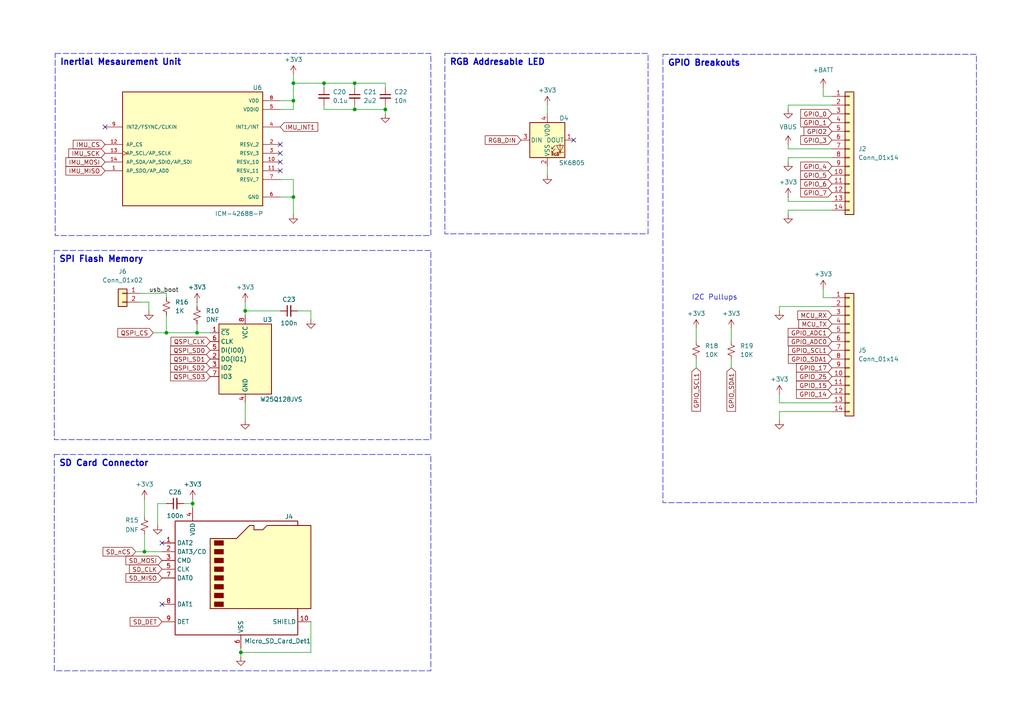
<source format=kicad_sch>
(kicad_sch (version 20231120) (generator "eeschema") (generator_version "8.0")
  (paper "A4")
  (title_block (title "RP2040 Motion Logger") (date "2024-10-09") (rev "1") (company "Rishikesh ") (comment 1 "github.com/rishikesh2715/RP2040_Motion_Logger"))
  (lib_symbols
    (symbol "Connector:Micro_SD_Card_Det1"
      (property "Reference" "J4" (at 0.635 21.59 0))
      (property "Value" "Micro_SD_Card_Det1" (at 0.635 19.05 0))
      (symbol "Micro_SD_Card_Det1_0_1"
        (rectangle (start -7.62 -6.985) (end -5.08 -8.255) (stroke (width 0.254)) (fill (type outline)))
        (rectangle (start -7.62 -4.445) (end -5.08 -5.715) (stroke (width 0.254)) (fill (type outline)))
        (rectangle (start -7.62 -1.905) (end -5.08 -3.175) (stroke (width 0.254)) (fill (type outline)))
        (rectangle (start -7.62 0.635) (end -5.08 -0.635) (stroke (width 0.254)) (fill (type outline)))
        (rectangle (start -7.62 3.175) (end -5.08 1.905) (stroke (width 0.254)) (fill (type outline)))
        (rectangle (start -7.62 5.715) (end -5.08 4.445) (stroke (width 0.254)) (fill (type outline)))
        (rectangle (start -7.62 8.255) (end -5.08 6.985) (stroke (width 0.254)) (fill (type outline)))
        (rectangle (start -7.62 10.795) (end -5.08 9.525) (stroke (width 0.254)) (fill (type outline)))
        (polyline (pts (xy 16.51 15.24) (xy 16.51 16.51) (xy -19.05 16.51) (xy -19.05 -16.51) (xy 16.51 -16.51) (xy 16.51 -8.89)) (stroke (width 0.254)))
        (polyline (pts (xy -8.89 -8.89) (xy -8.89 11.43) (xy -1.27 11.43) (xy 2.54 15.24) (xy 3.81 15.24) (xy 3.81 13.97) (xy 6.35 13.97) (xy 7.62 15.24) (xy 20.32 15.24) (xy 20.32 -8.89) (xy -8.89 -8.89)) (stroke (width 0.254)) (fill (type background)))
      )
      (symbol "Micro_SD_Card_Det1_1_1"
        (pin bidirectional line (at -22.86 10.16 0) (length 3.81) (name "DAT2") (number "1"))
        (pin passive line (at 20.32 -12.7 180) (length 3.81) (name "SHIELD") (number "10"))
        (pin bidirectional line (at -22.86 7.62 0) (length 3.81) (name "DAT3/CD") (number "2"))
        (pin input line (at -22.86 5.08 0) (length 3.81) (name "CMD") (number "3"))
        (pin power_in line (at -13.97 20.32 270) (length 3.81) (name "VDD") (number "4"))
        (pin input line (at -22.86 2.54 0) (length 3.81) (name "CLK") (number "5"))
        (pin power_in line (at 0 -20.32 90) (length 3.81) (name "VSS") (number "6"))
        (pin bidirectional line (at -22.86 0 0) (length 3.81) (name "DAT0") (number "7"))
        (pin bidirectional line (at -22.86 -7.62 0) (length 3.81) (name "DAT1") (number "8"))
        (pin passive line (at -22.86 -12.7 0) (length 3.81) (name "DET") (number "9"))
      )
    )
    (symbol "Connector_Generic:Conn_01x02" (pin_names (offset 1.016) hide)
      (property "Reference" "J" (at 0 2.54 0))
      (property "Value" "Conn_01x02" (at 0 -5.08 0))
      (symbol "Conn_01x02_1_1"
        (rectangle (start -1.27 -2.413) (end 0 -2.667) (stroke (width 0.1524)))
        (rectangle (start -1.27 0.127) (end 0 -0.127) (stroke (width 0.1524)))
        (rectangle (start -1.27 1.27) (end 1.27 -3.81) (stroke (width 0.254)) (fill (type background)))
        (pin passive line (at -5.08 0 0) (length 3.81) (name "Pin_1") (number "1"))
        (pin passive line (at -5.08 -2.54 0) (length 3.81) (name "Pin_2") (number "2"))
      )
    )
    (symbol "Connector_Generic:Conn_01x14" (pin_names (offset 1.016) hide)
      (property "Reference" "J" (at 0 17.78 0))
      (property "Value" "Conn_01x14" (at 0 -20.32 0))
      (symbol "Conn_01x14_1_1"
        (rectangle (start -1.27 -17.653) (end 0 -17.907) (stroke (width 0.1524)))
        (rectangle (start -1.27 -15.113) (end 0 -15.367) (stroke (width 0.1524)))
        (rectangle (start -1.27 -12.573) (end 0 -12.827) (stroke (width 0.1524)))
        (rectangle (start -1.27 -10.033) (end 0 -10.287) (stroke (width 0.1524)))
        (rectangle (start -1.27 -7.493) (end 0 -7.747) (stroke (width 0.1524)))
        (rectangle (start -1.27 -4.953) (end 0 -5.207) (stroke (width 0.1524)))
        (rectangle (start -1.27 -2.413) (end 0 -2.667) (stroke (width 0.1524)))
        (rectangle (start -1.27 0.127) (end 0 -0.127) (stroke (width 0.1524)))
        (rectangle (start -1.27 2.667) (end 0 2.413) (stroke (width 0.1524)))
        (rectangle (start -1.27 5.207) (end 0 4.953) (stroke (width 0.1524)))
        (rectangle (start -1.27 7.747) (end 0 7.493) (stroke (width 0.1524)))
        (rectangle (start -1.27 10.287) (end 0 10.033) (stroke (width 0.1524)))
        (rectangle (start -1.27 12.827) (end 0 12.573) (stroke (width 0.1524)))
        (rectangle (start -1.27 15.367) (end 0 15.113) (stroke (width 0.1524)))
        (rectangle (start -1.27 16.51) (end 1.27 -19.05) (stroke (width 0.254)) (fill (type background)))
        (pin passive line (at -5.08 15.24 0) (length 3.81) (name "Pin_1") (number "1"))
        (pin passive line (at -5.08 -7.62 0) (length 3.81) (name "Pin_10") (number "10"))
        (pin passive line (at -5.08 -10.16 0) (length 3.81) (name "Pin_11") (number "11"))
        (pin passive line (at -5.08 -12.7 0) (length 3.81) (name "Pin_12") (number "12"))
        (pin passive line (at -5.08 -15.24 0) (length 3.81) (name "Pin_13") (number "13"))
        (pin passive line (at -5.08 -17.78 0) (length 3.81) (name "Pin_14") (number "14"))
        (pin passive line (at -5.08 12.7 0) (length 3.81) (name "Pin_2") (number "2"))
        (pin passive line (at -5.08 10.16 0) (length 3.81) (name "Pin_3") (number "3"))
        (pin passive line (at -5.08 7.62 0) (length 3.81) (name "Pin_4") (number "4"))
        (pin passive line (at -5.08 5.08 0) (length 3.81) (name "Pin_5") (number "5"))
        (pin passive line (at -5.08 2.54 0) (length 3.81) (name "Pin_6") (number "6"))
        (pin passive line (at -5.08 0 0) (length 3.81) (name "Pin_7") (number "7"))
        (pin passive line (at -5.08 -2.54 0) (length 3.81) (name "Pin_8") (number "8"))
        (pin passive line (at -5.08 -5.08 0) (length 3.81) (name "Pin_9") (number "9"))
      )
    )
    (symbol "Device:C_Small" (pin_numbers hide) (pin_names (offset 0.254) hide)
      (property "Reference" "C" (at 0.254 1.778 0))
      (property "Value" "C_Small" (at 0.254 -2.032 0))
      (symbol "C_Small_0_1"
        (polyline (pts (xy -1.524 -0.508) (xy 1.524 -0.508)) (stroke (width 0.3302)))
        (polyline (pts (xy -1.524 0.508) (xy 1.524 0.508)) (stroke (width 0.3048)))
      )
      (symbol "C_Small_1_1"
        (pin passive line (at 0 2.54 270) (length 2.032) (name "~") (number "1"))
        (pin passive line (at 0 -2.54 90) (length 2.032) (name "~") (number "2"))
      )
    )
    (symbol "Device:R_Small_US" (pin_numbers hide) (pin_names (offset 0.254) hide)
      (property "Reference" "R" (at 0.762 0.508 0))
      (property "Value" "R_Small_US" (at 0.762 -1.016 0))
      (symbol "R_Small_US_1_1"
        (polyline (pts (xy 0 0) (xy 1.016 -0.381) (xy 0 -0.762) (xy -1.016 -1.143) (xy 0 -1.524)))
        (polyline (pts (xy 0 1.524) (xy 1.016 1.143) (xy 0 0.762) (xy -1.016 0.381) (xy 0 0)))
        (pin passive line (at 0 2.54 270) (length 1.016) (name "~") (number "1"))
        (pin passive line (at 0 -2.54 90) (length 1.016) (name "~") (number "2"))
      )
    )
    (symbol "ICM-42688-P:ICM-42688-P" (pin_names (offset 1.016))
      (property "Reference" "U" (at -20.32 16.002 0))
      (property "Value" "ICM-42688-P" (at -20.32 -20.32 0))
      (symbol "ICM-42688-P_0_0"
        (rectangle (start -20.32 -17.78) (end 20.32 15.24) (stroke (width 0.254)) (fill (type background)))
        (pin bidirectional line (at -25.4 -7.62 0) (length 5.08) (name "AP_SDO/AP_AD0") (number "1"))
        (pin passive line (at 25.4 -5.08 180) (length 5.08) (name "RESV_10") (number "10"))
        (pin passive line (at 25.4 -7.62 180) (length 5.08) (name "RESV_11") (number "11"))
        (pin input line (at -25.4 0 0) (length 5.08) (name "AP_CS") (number "12"))
        (pin input clock (at -25.4 -2.54 0) (length 5.08) (name "AP_SCL/AP_SCLK") (number "13"))
        (pin bidirectional line (at -25.4 -5.08 0) (length 5.08) (name "AP_SDA/AP_SDIO/AP_SDI") (number "14"))
        (pin passive line (at 25.4 0 180) (length 5.08) (name "RESV_2") (number "2"))
        (pin passive line (at 25.4 -2.54 180) (length 5.08) (name "RESV_3") (number "3"))
        (pin output line (at 25.4 5.08 180) (length 5.08) (name "INT1/INT") (number "4"))
        (pin power_in line (at 25.4 10.16 180) (length 5.08) (name "VDDIO") (number "5"))
        (pin power_in line (at 25.4 -15.24 180) (length 5.08) (name "GND") (number "6"))
        (pin passive line (at 25.4 -10.16 180) (length 5.08) (name "RESV_7") (number "7"))
        (pin power_in line (at 25.4 12.7 180) (length 5.08) (name "VDD") (number "8"))
        (pin bidirectional line (at -25.4 5.08 0) (length 5.08) (name "INT2/FSYNC/CLKIN") (number "9"))
      )
    )
    (symbol "LED:SK6805" (pin_names (offset 0.254))
      (property "Reference" "D" (at 5.08 5.715 0))
      (property "Value" "SK6805" (at 1.27 -5.715 0))
      (symbol "SK6805_0_0"
        (text "RGB" (at 2.286 -4.191 0) (effects (font (size 0.762 0.762))))
      )
      (symbol "SK6805_0_1"
        (polyline (pts (xy 1.27 -3.556) (xy 1.778 -3.556)))
        (polyline (pts (xy 1.27 -2.54) (xy 1.778 -2.54)))
        (polyline (pts (xy 4.699 -3.556) (xy 2.667 -3.556)))
        (polyline (pts (xy 2.286 -2.54) (xy 1.27 -3.556) (xy 1.27 -3.048)))
        (polyline (pts (xy 2.286 -1.524) (xy 1.27 -2.54) (xy 1.27 -2.032)))
        (polyline (pts (xy 3.683 -1.016) (xy 3.683 -3.556) (xy 3.683 -4.064)))
        (polyline (pts (xy 4.699 -1.524) (xy 2.667 -1.524) (xy 3.683 -3.556) (xy 4.699 -1.524)))
        (rectangle (start 5.08 5.08) (end -5.08 -5.08) (stroke (width 0.254)) (fill (type background)))
      )
      (symbol "SK6805_1_1"
        (pin output line (at 7.62 0 180) (length 2.54) (name "DOUT") (number "1"))
        (pin power_in line (at 0 -7.62 90) (length 2.54) (name "VSS") (number "2"))
        (pin input line (at -7.62 0 0) (length 2.54) (name "DIN") (number "3"))
        (pin power_in line (at 0 7.62 270) (length 2.54) (name "VDD") (number "4"))
      )
    )
    (symbol "Memory_Flash:W25Q128JVS"
      (property "Reference" "U" (at -8.89 8.89 0))
      (property "Value" "W25Q128JVS" (at 7.62 8.89 0))
      (symbol "W25Q128JVS_0_1"
        (rectangle (start -7.62 10.16) (end 7.62 -10.16) (stroke (width 0.254)) (fill (type background)))
      )
      (symbol "W25Q128JVS_1_1"
        (pin input line (at -10.16 7.62 0) (length 2.54) (name "~{CS}") (number "1"))
        (pin bidirectional line (at -10.16 0 0) (length 2.54) (name "DO(IO1)") (number "2"))
        (pin bidirectional line (at -10.16 -2.54 0) (length 2.54) (name "IO2") (number "3"))
        (pin power_in line (at 0 -12.7 90) (length 2.54) (name "GND") (number "4"))
        (pin bidirectional line (at -10.16 2.54 0) (length 2.54) (name "DI(IO0)") (number "5"))
        (pin input line (at -10.16 5.08 0) (length 2.54) (name "CLK") (number "6"))
        (pin bidirectional line (at -10.16 -5.08 0) (length 2.54) (name "IO3") (number "7"))
        (pin power_in line (at 0 12.7 270) (length 2.54) (name "VCC") (number "8"))
      )
    )
    (symbol "power:+3V3" (power) (pin_numbers hide) (pin_names (offset 0) hide)
      (property "Value" "+3V3" (at 0 3.556 0))
      (symbol "+3V3_0_1"
        (polyline (pts (xy -0.762 1.27) (xy 0 2.54)))
        (polyline (pts (xy 0 0) (xy 0 2.54)))
        (polyline (pts (xy 0 2.54) (xy 0.762 1.27)))
      )
      (symbol "+3V3_1_1"
        (pin power_in line (at 0 0 90) (length 0) (name "~") (number "1"))
      )
    )
    (symbol "power:+BATT" (power) (pin_numbers hide) (pin_names (offset 0) hide)
      (property "Value" "+BATT" (at 0 3.556 0))
      (symbol "+BATT_0_1"
        (polyline (pts (xy -0.762 1.27) (xy 0 2.54)))
        (polyline (pts (xy 0 0) (xy 0 2.54)))
        (polyline (pts (xy 0 2.54) (xy 0.762 1.27)))
      )
      (symbol "+BATT_1_1"
        (pin power_in line (at 0 0 90) (length 0) (name "~") (number "1"))
      )
    )
    (symbol "power:GND" (power) (pin_numbers hide) (pin_names (offset 0) hide)
      (property "Value" "GND" (at 0 -3.81 0))
      (symbol "GND_0_1"
        (polyline (pts (xy 0 0) (xy 0 -1.27) (xy 1.27 -1.27) (xy 0 -2.54) (xy -1.27 -1.27) (xy 0 -1.27)))
      )
      (symbol "GND_1_1"
        (pin power_in line (at 0 0 270) (length 0) (name "~") (number "1"))
      )
    )
    (symbol "power:VBUS" (power) (pin_numbers hide) (pin_names (offset 0) hide)
      (property "Value" "VBUS" (at 0 3.556 0))
      (symbol "VBUS_0_1"
        (polyline (pts (xy -0.762 1.27) (xy 0 2.54)))
        (polyline (pts (xy 0 0) (xy 0 2.54)))
        (polyline (pts (xy 0 2.54) (xy 0.762 1.27)))
      )
      (symbol "VBUS_1_1"
        (pin power_in line (at 0 0 90) (length 0) (name "~") (number "1"))
      )
    )
  )
  (junction (at 71.12 90.17))
  (junction (at 102.87 31.75))
  (junction (at 85.09 29.21))
  (junction (at 57.15 96.52))
  (junction (at 85.09 57.15))
  (junction (at 55.88 146.05))
  (junction (at 111.76 31.75))
  (junction (at 102.87 24.13))
  (junction (at 41.91 160.02))
  (junction (at 93.98 24.13))
  (junction (at 48.26 96.52))
  (junction (at 85.09 24.13))
  (junction (at 69.85 189.23))
  (no_connect (at 81.28 46.99))
  (no_connect (at 81.28 41.91))
  (no_connect (at 81.28 44.45))
  (no_connect (at 30.48 36.83))
  (no_connect (at 46.99 175.26))
  (no_connect (at 46.99 157.48))
  (no_connect (at 81.28 49.53))
  (no_connect (at 166.37 40.64))
  (wire (pts (xy 241.3 30.48) (xy 228.6 30.48)))
  (wire (pts (xy 111.76 31.75) (xy 111.76 30.48)))
  (wire (pts (xy 71.12 87.63) (xy 71.12 90.17)))
  (wire (pts (xy 111.76 25.4) (xy 111.76 24.13)))
  (wire (pts (xy 226.06 119.38) (xy 226.06 121.92)))
  (wire (pts (xy 158.75 48.26) (xy 158.75 50.8)))
  (wire (pts (xy 241.3 58.42) (xy 228.6 58.42)))
  (wire (pts (xy 102.87 24.13) (xy 93.98 24.13)))
  (wire (pts (xy 39.37 160.02) (xy 41.91 160.02)))
  (wire (pts (xy 93.98 31.75) (xy 102.87 31.75)))
  (wire (pts (xy 85.09 31.75) (xy 85.09 29.21)))
  (wire (pts (xy 111.76 24.13) (xy 102.87 24.13)))
  (wire (pts (xy 48.26 85.09) (xy 40.64 85.09)))
  (wire (pts (xy 53.34 146.05) (xy 55.88 146.05)))
  (wire (pts (xy 85.09 29.21) (xy 85.09 24.13)))
  (wire (pts (xy 81.28 31.75) (xy 85.09 31.75)))
  (wire (pts (xy 241.3 60.96) (xy 228.6 60.96)))
  (wire (pts (xy 111.76 31.75) (xy 111.76 33.02)))
  (wire (pts (xy 90.17 180.34) (xy 90.17 189.23)))
  (wire (pts (xy 228.6 58.42) (xy 228.6 57.15)))
  (wire (pts (xy 201.93 95.25) (xy 201.93 99.06)))
  (wire (pts (xy 158.75 30.48) (xy 158.75 33.02)))
  (wire (pts (xy 201.93 104.14) (xy 201.93 106.68)))
  (wire (pts (xy 44.45 96.52) (xy 48.26 96.52)))
  (wire (pts (xy 212.09 104.14) (xy 212.09 106.68)))
  (wire (pts (xy 69.85 187.96) (xy 69.85 189.23)))
  (wire (pts (xy 228.6 45.72) (xy 241.3 45.72)))
  (wire (pts (xy 241.3 119.38) (xy 226.06 119.38)))
  (wire (pts (xy 45.72 146.05) (xy 45.72 152.4)))
  (wire (pts (xy 226.06 88.9) (xy 241.3 88.9)))
  (wire (pts (xy 93.98 30.48) (xy 93.98 31.75)))
  (wire (pts (xy 48.26 86.36) (xy 48.26 85.09)))
  (wire (pts (xy 93.98 24.13) (xy 85.09 24.13)))
  (wire (pts (xy 102.87 31.75) (xy 111.76 31.75)))
  (wire (pts (xy 81.28 57.15) (xy 85.09 57.15)))
  (wire (pts (xy 48.26 96.52) (xy 57.15 96.52)))
  (wire (pts (xy 86.36 90.17) (xy 90.17 90.17)))
  (wire (pts (xy 212.09 95.25) (xy 212.09 99.06)))
  (wire (pts (xy 241.3 27.94) (xy 238.76 27.94)))
  (wire (pts (xy 102.87 24.13) (xy 102.87 25.4)))
  (wire (pts (xy 57.15 87.63) (xy 57.15 88.9)))
  (wire (pts (xy 81.28 52.07) (xy 85.09 52.07)))
  (wire (pts (xy 41.91 144.78) (xy 41.91 149.86)))
  (wire (pts (xy 81.28 29.21) (xy 85.09 29.21)))
  (wire (pts (xy 238.76 86.36) (xy 241.3 86.36)))
  (wire (pts (xy 228.6 60.96) (xy 228.6 62.23)))
  (wire (pts (xy 71.12 116.84) (xy 71.12 121.92)))
  (wire (pts (xy 71.12 90.17) (xy 71.12 91.44)))
  (wire (pts (xy 238.76 27.94) (xy 238.76 25.4)))
  (wire (pts (xy 228.6 46.99) (xy 228.6 45.72)))
  (wire (pts (xy 85.09 57.15) (xy 85.09 62.23)))
  (wire (pts (xy 102.87 30.48) (xy 102.87 31.75)))
  (wire (pts (xy 226.06 116.84) (xy 241.3 116.84)))
  (wire (pts (xy 43.18 87.63) (xy 43.18 90.17)))
  (wire (pts (xy 226.06 90.17) (xy 226.06 88.9)))
  (wire (pts (xy 40.64 87.63) (xy 43.18 87.63)))
  (wire (pts (xy 93.98 24.13) (xy 93.98 25.4)))
  (wire (pts (xy 57.15 93.98) (xy 57.15 96.52)))
  (wire (pts (xy 41.91 160.02) (xy 46.99 160.02)))
  (wire (pts (xy 226.06 114.3) (xy 226.06 116.84)))
  (wire (pts (xy 228.6 30.48) (xy 228.6 31.75)))
  (wire (pts (xy 228.6 41.91) (xy 228.6 43.18)))
  (wire (pts (xy 228.6 43.18) (xy 241.3 43.18)))
  (wire (pts (xy 55.88 144.78) (xy 55.88 146.05)))
  (wire (pts (xy 69.85 189.23) (xy 69.85 190.5)))
  (wire (pts (xy 85.09 52.07) (xy 85.09 57.15)))
  (wire (pts (xy 71.12 90.17) (xy 81.28 90.17)))
  (wire (pts (xy 41.91 154.94) (xy 41.91 160.02)))
  (wire (pts (xy 85.09 21.59) (xy 85.09 24.13)))
  (wire (pts (xy 48.26 91.44) (xy 48.26 96.52)))
  (wire (pts (xy 90.17 90.17) (xy 90.17 92.71)))
  (wire (pts (xy 90.17 189.23) (xy 69.85 189.23)))
  (wire (pts (xy 57.15 96.52) (xy 60.96 96.52)))
  (wire (pts (xy 55.88 146.05) (xy 55.88 147.32)))
  (wire (pts (xy 238.76 83.82) (xy 238.76 86.36)))
  (wire (pts (xy 45.72 146.05) (xy 48.26 146.05)))
  (text_box "SPI Flash Memory" (at 15.748 72.644 0) (size 109.22 54.864) (stroke (width 0) (type dash)) (effects (font (size 1.778 1.778) (thickness 0.3556) (bold yes)) (justify left top)))
  (text_box "RGB Addresable LED" (at 129.032 15.494 0) (size 58.928 52.324) (stroke (width 0) (type dash)) (effects (font (size 1.778 1.778) (thickness 0.3556) (bold yes)) (justify left top)))
  (text_box "SD Card Connector" (at 15.748 131.826 0) (size 109.22 62.738) (stroke (width 0) (type dash)) (effects (font (size 1.778 1.778) (thickness 0.3556) (bold yes)) (justify left top)))
  (text_box "GPIO Breakouts" (at 192.278 15.748 0) (size 90.932 130.048) (stroke (width 0) (type dash)) (effects (font (size 1.778 1.778) (thickness 0.3556) (bold yes)) (justify left top)))
  (text_box "Inertial Mesaurement Unit" (at 16.002 15.494 0) (size 108.966 52.832) (stroke (width 0) (type dash)) (effects (font (size 1.778 1.778) (thickness 0.3556) (bold yes)) (justify left top)))
  (text "I2C Pullups" (at 207.264 86.36 0) (effects (font (size 1.5 1.5))))
  (label "usb_boot" (at 43.18 85.09 0))
  (global_label "GPIO_14" (shape input) (at 241.3 114.3 180) (property "Intersheetrefs" "${INTERSHEET_REFS}" (effects (hide yes))))
  (global_label "GPIO2" (shape input) (at 241.3 38.1 180) (property "Intersheetrefs" "${INTERSHEET_REFS}" (effects (hide yes))))
  (global_label "GPIO_0" (shape input) (at 241.3 33.02 180) (property "Intersheetrefs" "${INTERSHEET_REFS}" (effects (hide yes))))
  (global_label "QSPI_SD1" (shape input) (at 60.96 104.14 180) (property "Intersheetrefs" "${INTERSHEET_REFS}" (effects (hide yes))))
  (global_label "GPIO_15" (shape input) (at 241.3 111.76 180) (property "Intersheetrefs" "${INTERSHEET_REFS}" (effects (hide yes))))
  (global_label "GPIO_ADC0" (shape input) (at 241.3 99.06 180) (property "Intersheetrefs" "${INTERSHEET_REFS}" (effects (hide yes))))
  (global_label "GPIO_1" (shape input) (at 241.3 35.56 180) (property "Intersheetrefs" "${INTERSHEET_REFS}" (effects (hide yes))))
  (global_label "IMU_MOSI" (shape input) (at 30.48 46.99 180) (property "Intersheetrefs" "${INTERSHEET_REFS}" (effects (hide yes))))
  (global_label "GPIO_3" (shape input) (at 241.3 40.64 180) (property "Intersheetrefs" "${INTERSHEET_REFS}" (effects (hide yes))))
  (global_label "SD_CLK" (shape input) (at 46.99 165.1 180) (property "Intersheetrefs" "${INTERSHEET_REFS}" (effects (hide yes))))
  (global_label "GPIO_SCL1" (shape input) (at 241.3 101.6 180) (property "Intersheetrefs" "${INTERSHEET_REFS}" (effects (hide yes))))
  (global_label "GPIO_25" (shape input) (at 241.3 109.22 180) (property "Intersheetrefs" "${INTERSHEET_REFS}" (effects (hide yes))))
  (global_label "MCU_RX" (shape input) (at 241.3 91.44 180) (property "Intersheetrefs" "${INTERSHEET_REFS}" (effects (hide yes))))
  (global_label "GPIO_5" (shape input) (at 241.3 50.8 180) (property "Intersheetrefs" "${INTERSHEET_REFS}" (effects (hide yes))))
  (global_label "GPIO_SDA1" (shape input) (at 212.09 106.68 270) (property "Intersheetrefs" "${INTERSHEET_REFS}" (effects (hide yes))))
  (global_label "GPIO_7" (shape input) (at 241.3 55.88 180) (property "Intersheetrefs" "${INTERSHEET_REFS}" (effects (hide yes))))
  (global_label "GPIO_SCL1" (shape input) (at 201.93 106.68 270) (property "Intersheetrefs" "${INTERSHEET_REFS}" (effects (hide yes))))
  (global_label "IMU_MISO" (shape input) (at 30.48 49.53 180) (property "Intersheetrefs" "${INTERSHEET_REFS}" (effects (hide yes))))
  (global_label "GPIO_17" (shape input) (at 241.3 106.68 180) (property "Intersheetrefs" "${INTERSHEET_REFS}" (effects (hide yes))))
  (global_label "RGB_DIN" (shape input) (at 151.13 40.64 180) (property "Intersheetrefs" "${INTERSHEET_REFS}" (effects (hide yes))))
  (global_label "GPIO_ADC1" (shape input) (at 241.3 96.52 180) (property "Intersheetrefs" "${INTERSHEET_REFS}" (effects (hide yes))))
  (global_label "QSPI_SD0" (shape input) (at 60.96 101.6 180) (property "Intersheetrefs" "${INTERSHEET_REFS}" (effects (hide yes))))
  (global_label "QSPI_CS" (shape input) (at 44.45 96.52 180) (property "Intersheetrefs" "${INTERSHEET_REFS}" (effects (hide yes))))
  (global_label "IMU_SCK" (shape input) (at 30.48 44.45 180) (property "Intersheetrefs" "${INTERSHEET_REFS}" (effects (hide yes))))
  (global_label "IMU_INT1" (shape input) (at 81.28 36.83 0) (property "Intersheetrefs" "${INTERSHEET_REFS}" (effects (hide yes))))
  (global_label "SD_DET" (shape input) (at 46.99 180.34 180) (property "Intersheetrefs" "${INTERSHEET_REFS}" (effects (hide yes))))
  (global_label "GPIO_4" (shape input) (at 241.3 48.26 180) (property "Intersheetrefs" "${INTERSHEET_REFS}" (effects (hide yes))))
  (global_label "IMU_CS" (shape input) (at 30.48 41.91 180) (property "Intersheetrefs" "${INTERSHEET_REFS}" (effects (hide yes))))
  (global_label "SD_MISO" (shape input) (at 46.99 167.64 180) (property "Intersheetrefs" "${INTERSHEET_REFS}" (effects (hide yes))))
  (global_label "SD_MOSI" (shape input) (at 46.99 162.56 180) (property "Intersheetrefs" "${INTERSHEET_REFS}" (effects (hide yes))))
  (global_label "SD_nCS" (shape input) (at 39.37 160.02 180) (property "Intersheetrefs" "${INTERSHEET_REFS}" (effects (hide yes))))
  (global_label "QSPI_CLK" (shape input) (at 60.96 99.06 180) (property "Intersheetrefs" "${INTERSHEET_REFS}" (effects (hide yes))))
  (global_label "QSPI_SD3" (shape input) (at 60.96 109.22 180) (property "Intersheetrefs" "${INTERSHEET_REFS}" (effects (hide yes))))
  (global_label "GPIO_SDA1" (shape input) (at 241.3 104.14 180) (property "Intersheetrefs" "${INTERSHEET_REFS}" (effects (hide yes))))
  (global_label "QSPI_SD2" (shape input) (at 60.96 106.68 180) (property "Intersheetrefs" "${INTERSHEET_REFS}" (effects (hide yes))))
  (global_label "MCU_TX" (shape input) (at 241.3 93.98 180) (property "Intersheetrefs" "${INTERSHEET_REFS}" (effects (hide yes))))
  (global_label "GPIO_6" (shape input) (at 241.3 53.34 180) (property "Intersheetrefs" "${INTERSHEET_REFS}" (effects (hide yes))))
  (symbol (lib_id "Connector:Micro_SD_Card_Det1") (at 69.85 167.64 0) (unit 1)
    (property "Reference" "J4" (at 83.82 149.86 0))
    (property "Value" "Micro_SD_Card_Det1" (at 80.518 185.928 0))
    (property "Footprint" "Connector_Card:microSD_HC_Hirose_DM3D-SF" (effects (hide yes)))
    (property "Datasheet" "https://datasheet.lcsc.com/lcsc/2110151630_XKB-Connectivity-XKTF-015-N_C381082.pdf" (effects (hide yes)))
    (property "Description" "Micro SD Card Socket with one card detection pin" (effects (hide yes)))
  )
  (symbol (lib_id "power:GND") (at 90.17 92.71 0) (unit 1)
    (property "Reference" "#PWR041" (effects (hide yes)))
    (property "Value" "GND" (effects (hide yes)))
    (property "Description" "Power symbol creates a global label with name \"GND\" , ground" (effects (hide yes)))
  )
  (symbol (lib_id "Device:R_Small_US") (at 48.26 88.9 0) (unit 1)
    (property "Reference" "R16" (at 50.8 87.6299 0) (effects (justify left)))
    (property "Value" "1K" (at 50.8 90.1699 0) (effects (justify left)))
    (property "Footprint" "Resistor_SMD:R_0201_0603Metric" (effects (hide yes)))
    (property "Description" "Resistor, small US symbol" (effects (hide yes)))
  )
  (symbol (lib_id "power:GND") (at 71.12 121.92 0) (unit 1)
    (property "Reference" "#PWR042" (effects (hide yes)))
    (property "Value" "GND" (effects (hide yes)))
    (property "Description" "Power symbol creates a global label with name \"GND\" , ground" (effects (hide yes)))
  )
  (symbol (lib_id "power:GND") (at 226.06 90.17 0) (unit 1)
    (property "Reference" "#PWR063" (effects (hide yes)))
    (property "Value" "GND" (effects (hide yes)))
    (property "Description" "Power symbol creates a global label with name \"GND\" , ground" (effects (hide yes)))
  )
  (symbol (lib_id "power:+3V3") (at 158.75 30.48 0) (unit 1)
    (property "Reference" "#PWR050" (effects (hide yes)))
    (property "Value" "+3V3" (at 158.75 26.162 0))
    (property "Description" "Power symbol creates a global label with name \"+3V3\"" (effects (hide yes)))
  )
  (symbol (lib_id "power:+3V3") (at 55.88 144.78 0) (unit 1)
    (property "Reference" "#PWR053" (effects (hide yes)))
    (property "Value" "+3V3" (at 55.88 140.462 0))
    (property "Description" "Power symbol creates a global label with name \"+3V3\"" (effects (hide yes)))
  )
  (symbol (lib_id "power:GND") (at 111.76 33.02 0) (unit 1)
    (property "Reference" "#PWR039" (effects (hide yes)))
    (property "Value" "GND" (effects (hide yes)))
    (property "Description" "Power symbol creates a global label with name \"GND\" , ground" (effects (hide yes)))
  )
  (symbol (lib_id "power:+3V3") (at 226.06 114.3 0) (unit 1)
    (property "Reference" "#PWR064" (effects (hide yes)))
    (property "Value" "+3V3" (at 226.06 109.982 0))
    (property "Description" "Power symbol creates a global label with name \"+3V3\"" (effects (hide yes)))
  )
  (symbol (lib_id "Device:C_Small") (at 50.8 146.05 90) (unit 1)
    (property "Reference" "C26" (at 50.8 142.748 90))
    (property "Value" "100n" (at 50.8 149.606 90))
    (property "Footprint" "Capacitor_SMD:C_0201_0603Metric" (effects (hide yes)))
    (property "Description" "Unpolarized capacitor, small symbol" (effects (hide yes)))
  )
  (symbol (lib_id "power:GND") (at 228.6 62.23 0) (unit 1)
    (property "Reference" "#PWR061" (effects (hide yes)))
    (property "Value" "GND" (effects (hide yes)))
    (property "Description" "Power symbol creates a global label with name \"GND\" , ground" (effects (hide yes)))
  )
  (symbol (lib_id "Device:C_Small") (at 83.82 90.17 90) (unit 1)
    (property "Reference" "C23" (at 83.82 86.868 90))
    (property "Value" "100n" (at 83.82 93.726 90))
    (property "Footprint" "Capacitor_SMD:C_0201_0603Metric" (effects (hide yes)))
    (property "Description" "Unpolarized capacitor, small symbol" (effects (hide yes)))
  )
  (symbol (lib_id "power:GND") (at 85.09 62.23 0) (unit 1)
    (property "Reference" "#PWR037" (effects (hide yes)))
    (property "Value" "GND" (effects (hide yes)))
    (property "Description" "Power symbol creates a global label with name \"GND\" , ground" (effects (hide yes)))
  )
  (symbol (lib_id "Device:C_Small") (at 111.76 27.94 0) (unit 1)
    (property "Reference" "C22" (at 114.3 26.6762 0) (effects (justify left)))
    (property "Value" "10n" (at 114.3 29.2162 0) (effects (justify left)))
    (property "Footprint" "Capacitor_SMD:C_0201_0603Metric" (effects (hide yes)))
    (property "Description" "Unpolarized capacitor, small symbol" (effects (hide yes)))
  )
  (symbol (lib_id "Connector_Generic:Conn_01x02") (at 35.56 85.09 0) (mirror y) (unit 1)
    (property "Reference" "J6" (at 35.56 78.74 0))
    (property "Value" "Conn_01x02" (at 35.56 81.28 0))
    (property "Footprint" "Jumper:SolderJumper-2_P1.3mm_Open_TrianglePad1.0x1.5mm" (effects (hide yes)))
    (property "Description" "Generic connector, single row, 01x02, script generated (kicad-library-utils/schlib/autogen/connector/)" (effects (hide yes)))
  )
  (symbol (lib_id "Connector_Generic:Conn_01x14") (at 246.38 101.6 0) (unit 1)
    (property "Reference" "J5" (at 248.92 101.5999 0) (effects (justify left)))
    (property "Value" "Conn_01x14" (at 248.92 104.1399 0) (effects (justify left)))
    (property "Footprint" "Connector_PinHeader_2.54mm:PinHeader_1x14_P2.54mm_Vertical" (effects (hide yes)))
    (property "Description" "Generic connector, single row, 01x14, script generated (kicad-library-utils/schlib/autogen/connector/)" (effects (hide yes)))
  )
  (symbol (lib_id "power:GND") (at 158.75 50.8 0) (unit 1)
    (property "Reference" "#PWR051" (effects (hide yes)))
    (property "Value" "GND" (effects (hide yes)))
    (property "Description" "Power symbol creates a global label with name \"GND\" , ground" (effects (hide yes)))
  )
  (symbol (lib_id "power:+3V3") (at 238.76 83.82 0) (unit 1)
    (property "Reference" "#PWR062" (effects (hide yes)))
    (property "Value" "+3V3" (at 238.76 79.502 0))
    (property "Description" "Power symbol creates a global label with name \"+3V3\"" (effects (hide yes)))
  )
  (symbol (lib_id "Device:C_Small") (at 102.87 27.94 0) (unit 1)
    (property "Reference" "C21" (at 105.41 26.6762 0) (effects (justify left)))
    (property "Value" "2u2" (at 105.41 29.2162 0) (effects (justify left)))
    (property "Footprint" "Capacitor_SMD:C_0402_1005Metric" (effects (hide yes)))
    (property "Description" "Unpolarized capacitor, small symbol" (effects (hide yes)))
  )
  (symbol (lib_id "power:GND") (at 226.06 121.92 0) (unit 1)
    (property "Reference" "#PWR065" (effects (hide yes)))
    (property "Value" "GND" (effects (hide yes)))
    (property "Description" "Power symbol creates a global label with name \"GND\" , ground" (effects (hide yes)))
  )
  (symbol (lib_id "Memory_Flash:W25Q128JVS") (at 71.12 104.14 0) (unit 1)
    (property "Reference" "U3" (at 76.2 92.71 0) (effects (justify left)))
    (property "Value" "W25Q128JVS" (at 75.438 115.824 0) (effects (justify left)))
    (property "Footprint" "Package_SO:SOIC-8_5.23x5.23mm_P1.27mm" (effects (hide yes)))
    (property "Datasheet" "http://www.winbond.com/resource-files/w25q128jv_dtr%20revc%2003272018%20plus.pdf" (effects (hide yes)))
    (property "Description" "128Mb Serial Flash Memory, Standard/Dual/Quad SPI, SOIC-8" (effects (hide yes)))
  )
  (symbol (lib_id "power:GND") (at 45.72 152.4 0) (unit 1)
    (property "Reference" "#PWR055" (effects (hide yes)))
    (property "Value" "GND" (effects (hide yes)))
    (property "Description" "Power symbol creates a global label with name \"GND\" , ground" (effects (hide yes)))
  )
  (symbol (lib_id "power:GND") (at 228.6 46.99 0) (unit 1)
    (property "Reference" "#PWR059" (effects (hide yes)))
    (property "Value" "GND" (effects (hide yes)))
    (property "Description" "Power symbol creates a global label with name \"GND\" , ground" (effects (hide yes)))
  )
  (symbol (lib_id "Device:C_Small") (at 93.98 27.94 0) (unit 1)
    (property "Reference" "C20" (at 96.52 26.6762 0) (effects (justify left)))
    (property "Value" "0.1u" (at 96.52 29.2162 0) (effects (justify left)))
    (property "Footprint" "Capacitor_SMD:C_0201_0603Metric" (effects (hide yes)))
    (property "Description" "Unpolarized capacitor, small symbol" (effects (hide yes)))
  )
  (symbol (lib_id "power:+3V3") (at 212.09 95.25 0) (unit 1)
    (property "Reference" "#PWR069" (effects (hide yes)))
    (property "Value" "+3V3" (at 212.09 90.932 0))
    (property "Description" "Power symbol creates a global label with name \"+3V3\"" (effects (hide yes)))
  )
  (symbol (lib_id "power:+3V3") (at 57.15 87.63 0) (unit 1)
    (property "Reference" "#PWR043" (effects (hide yes)))
    (property "Value" "+3V3" (at 57.15 83.312 0))
    (property "Description" "Power symbol creates a global label with name \"+3V3\"" (effects (hide yes)))
  )
  (symbol (lib_id "power:+3V3") (at 71.12 87.63 0) (unit 1)
    (property "Reference" "#PWR040" (effects (hide yes)))
    (property "Value" "+3V3" (at 71.12 83.312 0))
    (property "Description" "Power symbol creates a global label with name \"+3V3\"" (effects (hide yes)))
  )
  (symbol (lib_id "power:+3V3") (at 228.6 57.15 0) (unit 1)
    (property "Reference" "#PWR060" (effects (hide yes)))
    (property "Value" "+3V3" (at 228.6 52.832 0))
    (property "Description" "Power symbol creates a global label with name \"+3V3\"" (effects (hide yes)))
  )
  (symbol (lib_id "power:+3V3") (at 201.93 95.25 0) (unit 1)
    (property "Reference" "#PWR068" (effects (hide yes)))
    (property "Value" "+3V3" (at 201.93 90.932 0))
    (property "Description" "Power symbol creates a global label with name \"+3V3\"" (effects (hide yes)))
  )
  (symbol (lib_id "power:GND") (at 43.18 90.17 0) (unit 1)
    (property "Reference" "#PWR05" (effects (hide yes)))
    (property "Value" "GND" (effects (hide yes)))
    (property "Description" "Power symbol creates a global label with name \"GND\" , ground" (effects (hide yes)))
  )
  (symbol (lib_id "power:+3V3") (at 41.91 144.78 0) (unit 1)
    (property "Reference" "#PWR054" (effects (hide yes)))
    (property "Value" "+3V3" (at 41.91 140.462 0))
    (property "Description" "Power symbol creates a global label with name \"+3V3\"" (effects (hide yes)))
  )
  (symbol (lib_id "power:+3V3") (at 85.09 21.59 0) (unit 1)
    (property "Reference" "#PWR038" (effects (hide yes)))
    (property "Value" "+3V3" (at 85.09 17.272 0))
    (property "Description" "Power symbol creates a global label with name \"+3V3\"" (effects (hide yes)))
  )
  (symbol (lib_id "Connector_Generic:Conn_01x14") (at 246.38 43.18 0) (unit 1)
    (property "Reference" "J2" (at 248.92 43.1799 0) (effects (justify left)))
    (property "Value" "Conn_01x14" (at 248.92 45.7199 0) (effects (justify left)))
    (property "Footprint" "Connector_PinHeader_2.54mm:PinHeader_1x14_P2.54mm_Vertical" (effects (hide yes)))
    (property "Description" "Generic connector, single row, 01x14, script generated (kicad-library-utils/schlib/autogen/connector/)" (effects (hide yes)))
  )
  (symbol (lib_id "LED:SK6805") (at 158.75 40.64 0) (unit 1)
    (property "Reference" "D4" (at 163.576 34.29 0))
    (property "Value" "SK6805" (at 165.862 47.244 0))
    (property "Footprint" "LED_SMD:LED_SK6805_PLCC4_2.4x2.7mm_P1.3mm" (effects (hide yes)))
    (property "Datasheet" "https://cdn-shop.adafruit.com/product-files/3484/3484_Datasheet.pdf" (effects (hide yes)))
    (property "Description" "RGB LED with integrated controller" (effects (hide yes)))
  )
  (symbol (lib_id "Device:R_Small_US") (at 57.15 91.44 0) (unit 1)
    (property "Reference" "R10" (at 59.69 90.1699 0) (effects (justify left)))
    (property "Value" "DNF" (at 59.69 92.7099 0) (effects (justify left)))
    (property "Footprint" "Resistor_SMD:R_0201_0603Metric" (effects (hide yes)))
    (property "Description" "Resistor, small US symbol" (effects (hide yes)))
  )
  (symbol (lib_id "power:GND") (at 228.6 31.75 0) (unit 1)
    (property "Reference" "#PWR057" (effects (hide yes)))
    (property "Value" "GND" (effects (hide yes)))
    (property "Description" "Power symbol creates a global label with name \"GND\" , ground" (effects (hide yes)))
  )
  (symbol (lib_id "power:GND") (at 69.85 190.5 0) (unit 1)
    (property "Reference" "#PWR052" (effects (hide yes)))
    (property "Value" "GND" (effects (hide yes)))
    (property "Description" "Power symbol creates a global label with name \"GND\" , ground" (effects (hide yes)))
  )
  (symbol (lib_id "power:+BATT") (at 238.76 25.4 0) (unit 1)
    (property "Reference" "#PWR056" (effects (hide yes)))
    (property "Value" "+BATT" (at 238.76 20.32 0))
    (property "Description" "Power symbol creates a global label with name \"+BATT\"" (effects (hide yes)))
  )
  (symbol (lib_id "Device:R_Small_US") (at 212.09 101.6 0) (unit 1)
    (property "Reference" "R19" (at 214.63 100.3299 0) (effects (justify left)))
    (property "Value" "10K" (at 214.63 102.8699 0) (effects (justify left)))
    (property "Footprint" "Resistor_SMD:R_0201_0603Metric" (effects (hide yes)))
    (property "Description" "Resistor, small US symbol" (effects (hide yes)))
  )
  (symbol (lib_id "power:VBUS") (at 228.6 41.91 0) (unit 1)
    (property "Reference" "#PWR058" (effects (hide yes)))
    (property "Value" "VBUS" (at 228.6 36.83 0))
    (property "Description" "Power symbol creates a global label with name \"VBUS\"" (effects (hide yes)))
  )
  (symbol (lib_id "Device:R_Small_US") (at 41.91 152.4 0) (unit 1)
    (property "Reference" "R15" (at 36.322 150.876 0) (effects (justify left)))
    (property "Value" "DNF" (at 36.322 153.67 0) (effects (justify left)))
    (property "Footprint" "Resistor_SMD:R_0805_2012Metric" (effects (hide yes)))
    (property "Description" "Resistor, small US symbol" (effects (hide yes)))
  )
  (symbol (lib_id "ICM-42688-P:ICM-42688-P") (at 55.88 41.91 0) (unit 1)
    (property "Reference" "U6" (at 74.676 25.4 0))
    (property "Value" "ICM-42688-P" (at 69.342 61.976 0))
    (property "Footprint" "ICM-42688-P:PQFN50P300X250X97-14N" (effects (hide yes)))
    (property "MF" "TDK InvenSense" (effects (hide yes)))
    (property "MAXIMUM_PACKAGE_HEIGHT" "0.97mm" (effects (hide yes)))
    (property "Package" "LGA-14 TDK InvenSense" (effects (hide yes)))
    (property "Price" "None" (effects (hide yes)))
    (property "Check_prices" "https://www.snapeda.com/parts/ICM-42688-P/TDK+InvenSense/view-part/?ref=eda" (effects (hide yes)))
    (property "STANDARD" "IPC-7351B" (effects (hide yes)))
    (property "PARTREV" "1.2" (effects (hide yes)))
    (property "SnapEDA_Link" "https://www.snapeda.com/parts/ICM-42688-P/TDK+InvenSense/view-part/?ref=snap" (effects (hide yes)))
    (property "MP" "ICM-42688-P" (effects (hide yes)))
    (property "Purchase-URL" "https://www.snapeda.com/api/url_track_click_mouser/?unipart_id=4791856&manufacturer=TDK InvenSense&part_name=ICM-42688-P&search_term=None" (effects (hide yes)))
    (property "Description_1" "\nAccelerometer, Gyroscope, 6 Axis Sensor - Output\n" (effects (hide yes)))
    (property "Availability" "In Stock" (effects (hide yes)))
    (property "MANUFACTURER" "TDK InvenSense" (effects (hide yes)))
  )
  (symbol (lib_id "Device:R_Small_US") (at 201.93 101.6 0) (unit 1)
    (property "Reference" "R18" (at 204.47 100.3299 0) (effects (justify left)))
    (property "Value" "10K" (at 204.47 102.8699 0) (effects (justify left)))
    (property "Footprint" "Resistor_SMD:R_0201_0603Metric" (effects (hide yes)))
    (property "Description" "Resistor, small US symbol" (effects (hide yes)))
  )
)
</source>
